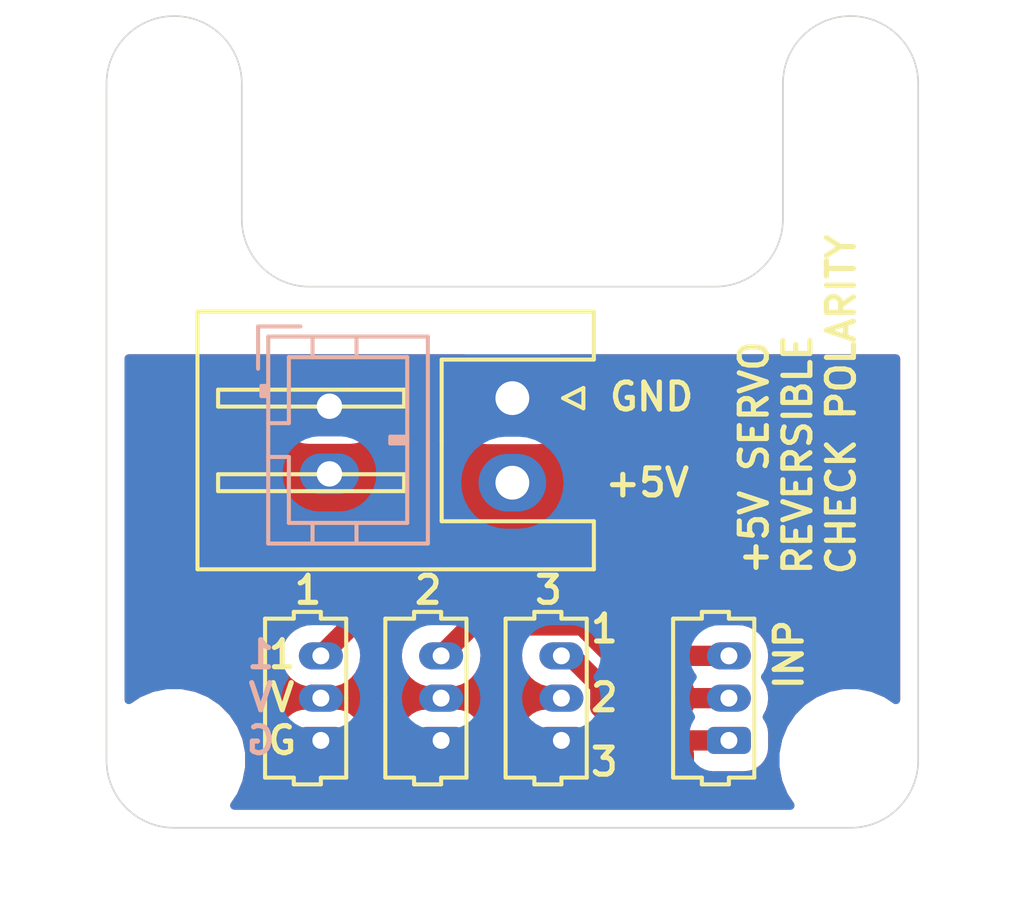
<source format=kicad_pcb>
(kicad_pcb (version 20171130) (host pcbnew "(5.1.9)-1")

  (general
    (thickness 1.6)
    (drawings 28)
    (tracks 19)
    (zones 0)
    (modules 13)
    (nets 6)
  )

  (page A4)
  (layers
    (0 F.Cu signal)
    (31 B.Cu signal)
    (32 B.Adhes user)
    (33 F.Adhes user)
    (34 B.Paste user)
    (35 F.Paste user)
    (36 B.SilkS user)
    (37 F.SilkS user)
    (38 B.Mask user)
    (39 F.Mask user)
    (40 Dwgs.User user)
    (41 Cmts.User user)
    (42 Eco1.User user)
    (43 Eco2.User user)
    (44 Edge.Cuts user)
    (45 Margin user)
    (46 B.CrtYd user)
    (47 F.CrtYd user)
    (48 B.Fab user)
    (49 F.Fab user)
  )

  (setup
    (last_trace_width 0.25)
    (user_trace_width 0.6)
    (trace_clearance 0.2)
    (zone_clearance 0.508)
    (zone_45_only no)
    (trace_min 0.2)
    (via_size 0.8)
    (via_drill 0.4)
    (via_min_size 0.4)
    (via_min_drill 0.3)
    (uvia_size 0.3)
    (uvia_drill 0.1)
    (uvias_allowed no)
    (uvia_min_size 0.2)
    (uvia_min_drill 0.1)
    (edge_width 0.05)
    (segment_width 0.2)
    (pcb_text_width 0.3)
    (pcb_text_size 1.5 1.5)
    (mod_edge_width 0.12)
    (mod_text_size 1 1)
    (mod_text_width 0.15)
    (pad_size 1.2 1.75)
    (pad_drill 0.75)
    (pad_to_mask_clearance 0)
    (aux_axis_origin 0 0)
    (visible_elements 7FFFFFFF)
    (pcbplotparams
      (layerselection 0x010fc_ffffffff)
      (usegerberextensions false)
      (usegerberattributes true)
      (usegerberadvancedattributes true)
      (creategerberjobfile true)
      (excludeedgelayer true)
      (linewidth 0.100000)
      (plotframeref false)
      (viasonmask false)
      (mode 1)
      (useauxorigin false)
      (hpglpennumber 1)
      (hpglpenspeed 20)
      (hpglpendiameter 15.000000)
      (psnegative false)
      (psa4output false)
      (plotreference true)
      (plotvalue true)
      (plotinvisibletext false)
      (padsonsilk false)
      (subtractmaskfromsilk false)
      (outputformat 1)
      (mirror false)
      (drillshape 0)
      (scaleselection 1)
      (outputdirectory "gerber/"))
  )

  (net 0 "")
  (net 1 "Net-(J1-Pad3)")
  (net 2 "Net-(J1-Pad2)")
  (net 3 "Net-(J1-Pad1)")
  (net 4 GND)
  (net 5 +BATT)

  (net_class Default "This is the default net class."
    (clearance 0.2)
    (trace_width 0.25)
    (via_dia 0.8)
    (via_drill 0.4)
    (uvia_dia 0.3)
    (uvia_drill 0.1)
    (add_net +BATT)
    (add_net GND)
    (add_net "Net-(J1-Pad1)")
    (add_net "Net-(J1-Pad2)")
    (add_net "Net-(J1-Pad3)")
  )

  (module Connector_JST:JST_PH_B2B-PH-K_1x02_P2.00mm_Vertical (layer B.Cu) (tedit 6115464F) (tstamp 6115A0AC)
    (at 164.592 151.5364 270)
    (descr "JST PH series connector, B2B-PH-K (http://www.jst-mfg.com/product/pdf/eng/ePH.pdf), generated with kicad-footprint-generator")
    (tags "connector JST PH side entry")
    (fp_text reference REF** (at 1 2.9 270) (layer B.SilkS) hide
      (effects (font (size 1 1) (thickness 0.15)) (justify mirror))
    )
    (fp_text value JST_PH_B2B-PH-K_1x02_P2.00mm_Vertical (at 1 -4 270) (layer B.Fab) hide
      (effects (font (size 1 1) (thickness 0.15)) (justify mirror))
    )
    (fp_text user %R (at 1 -1.5 270) (layer B.Fab) hide
      (effects (font (size 1 1) (thickness 0.15)) (justify mirror))
    )
    (fp_line (start -2.06 1.81) (end -2.06 -2.91) (layer B.SilkS) (width 0.12))
    (fp_line (start -2.06 -2.91) (end 4.06 -2.91) (layer B.SilkS) (width 0.12))
    (fp_line (start 4.06 -2.91) (end 4.06 1.81) (layer B.SilkS) (width 0.12))
    (fp_line (start 4.06 1.81) (end -2.06 1.81) (layer B.SilkS) (width 0.12))
    (fp_line (start -0.3 1.81) (end -0.3 2.01) (layer B.SilkS) (width 0.12))
    (fp_line (start -0.3 2.01) (end -0.6 2.01) (layer B.SilkS) (width 0.12))
    (fp_line (start -0.6 2.01) (end -0.6 1.81) (layer B.SilkS) (width 0.12))
    (fp_line (start -0.3 1.91) (end -0.6 1.91) (layer B.SilkS) (width 0.12))
    (fp_line (start 0.5 1.81) (end 0.5 1.2) (layer B.SilkS) (width 0.12))
    (fp_line (start 0.5 1.2) (end -1.45 1.2) (layer B.SilkS) (width 0.12))
    (fp_line (start -1.45 1.2) (end -1.45 -2.3) (layer B.SilkS) (width 0.12))
    (fp_line (start -1.45 -2.3) (end 3.45 -2.3) (layer B.SilkS) (width 0.12))
    (fp_line (start 3.45 -2.3) (end 3.45 1.2) (layer B.SilkS) (width 0.12))
    (fp_line (start 3.45 1.2) (end 1.5 1.2) (layer B.SilkS) (width 0.12))
    (fp_line (start 1.5 1.2) (end 1.5 1.81) (layer B.SilkS) (width 0.12))
    (fp_line (start -2.06 0.5) (end -1.45 0.5) (layer B.SilkS) (width 0.12))
    (fp_line (start -2.06 -0.8) (end -1.45 -0.8) (layer B.SilkS) (width 0.12))
    (fp_line (start 4.06 0.5) (end 3.45 0.5) (layer B.SilkS) (width 0.12))
    (fp_line (start 4.06 -0.8) (end 3.45 -0.8) (layer B.SilkS) (width 0.12))
    (fp_line (start 0.9 -2.3) (end 0.9 -1.8) (layer B.SilkS) (width 0.12))
    (fp_line (start 0.9 -1.8) (end 1.1 -1.8) (layer B.SilkS) (width 0.12))
    (fp_line (start 1.1 -1.8) (end 1.1 -2.3) (layer B.SilkS) (width 0.12))
    (fp_line (start 1 -2.3) (end 1 -1.8) (layer B.SilkS) (width 0.12))
    (fp_line (start -1.11 2.11) (end -2.36 2.11) (layer B.SilkS) (width 0.12))
    (fp_line (start -2.36 2.11) (end -2.36 0.86) (layer B.SilkS) (width 0.12))
    (fp_line (start -1.11 2.11) (end -2.36 2.11) (layer B.Fab) (width 0.1))
    (fp_line (start -2.36 2.11) (end -2.36 0.86) (layer B.Fab) (width 0.1))
    (fp_line (start -1.95 1.7) (end -1.95 -2.8) (layer B.Fab) (width 0.1))
    (fp_line (start -1.95 -2.8) (end 3.95 -2.8) (layer B.Fab) (width 0.1))
    (fp_line (start 3.95 -2.8) (end 3.95 1.7) (layer B.Fab) (width 0.1))
    (fp_line (start 3.95 1.7) (end -1.95 1.7) (layer B.Fab) (width 0.1))
    (fp_line (start -2.45 2.2) (end -2.45 -3.3) (layer B.CrtYd) (width 0.05))
    (fp_line (start -2.45 -3.3) (end 4.45 -3.3) (layer B.CrtYd) (width 0.05))
    (fp_line (start 4.45 -3.3) (end 4.45 2.2) (layer B.CrtYd) (width 0.05))
    (fp_line (start 4.45 2.2) (end -2.45 2.2) (layer B.CrtYd) (width 0.05))
    (pad 2 thru_hole oval (at 2 0 270) (size 1.2 1.75) (drill 0.75) (layers *.Cu *.Mask)
      (net 5 +BATT))
    (pad 1 thru_hole roundrect (at 0 0 270) (size 1.2 1.75) (drill 0.75) (layers *.Cu *.Mask) (roundrect_rratio 0.208)
      (net 4 GND))
  )

  (module heli-servo-board:Molex_PicoBlade_53047-0310_1x03_P1.25mm_Vertical (layer F.Cu) (tedit 61127ECC) (tstamp 6112DF1A)
    (at 176.403 161.417 90)
    (descr "Molex PicoBlade Connector System, 53047-0310, 3 Pins per row (http://www.molex.com/pdm_docs/sd/530470610_sd.pdf), generated with kicad-footprint-generator")
    (tags "connector Molex PicoBlade side entry")
    (path /61123FD6)
    (fp_text reference J1 (at 1.25 -3.25 90) (layer F.SilkS) hide
      (effects (font (size 1 1) (thickness 0.15)))
    )
    (fp_text value Conn_01x06 (at 1.25 2.35 90) (layer F.Fab)
      (effects (font (size 1 1) (thickness 0.15)))
    )
    (fp_line (start -1.5 -2.05) (end -1.5 1.15) (layer F.Fab) (width 0.1))
    (fp_line (start -1.5 1.15) (end 4 1.15) (layer F.Fab) (width 0.1))
    (fp_line (start 4 1.15) (end 4 -2.05) (layer F.Fab) (width 0.1))
    (fp_line (start 4 -2.05) (end -1.5 -2.05) (layer F.Fab) (width 0.1))
    (fp_line (start 1.25 0.75) (end -1.1 0.75) (layer F.SilkS) (width 0.12))
    (fp_line (start -1.1 0.75) (end -1.1 0) (layer F.SilkS) (width 0.12))
    (fp_line (start -1.1 0) (end -1.3 0) (layer F.SilkS) (width 0.12))
    (fp_line (start -1.3 0) (end -1.3 -0.8) (layer F.SilkS) (width 0.12))
    (fp_line (start -1.3 -0.8) (end -1.1 -0.8) (layer F.SilkS) (width 0.12))
    (fp_line (start -1.1 -0.8) (end -1.1 -1.65) (layer F.SilkS) (width 0.12))
    (fp_line (start -1.1 -1.65) (end 1.25 -1.65) (layer F.SilkS) (width 0.12))
    (fp_line (start 1.25 0.75) (end 3.6 0.75) (layer F.SilkS) (width 0.12))
    (fp_line (start 3.6 0.75) (end 3.6 0) (layer F.SilkS) (width 0.12))
    (fp_line (start 3.6 0) (end 3.8 0) (layer F.SilkS) (width 0.12))
    (fp_line (start 3.8 0) (end 3.8 -0.8) (layer F.SilkS) (width 0.12))
    (fp_line (start 3.8 -0.8) (end 3.6 -0.8) (layer F.SilkS) (width 0.12))
    (fp_line (start 3.6 -0.8) (end 3.6 -1.65) (layer F.SilkS) (width 0.12))
    (fp_line (start 3.6 -1.65) (end 1.25 -1.65) (layer F.SilkS) (width 0.12))
    (fp_line (start -0.5 1.15) (end 0 0.442893) (layer F.Fab) (width 0.1))
    (fp_line (start 0 0.442893) (end 0.5 1.15) (layer F.Fab) (width 0.1))
    (fp_line (start -2 -2.55) (end -2 1.65) (layer F.CrtYd) (width 0.05))
    (fp_line (start -2 1.65) (end 4.5 1.65) (layer F.CrtYd) (width 0.05))
    (fp_line (start 4.5 1.65) (end 4.5 -2.55) (layer F.CrtYd) (width 0.05))
    (fp_line (start 4.5 -2.55) (end -2 -2.55) (layer F.CrtYd) (width 0.05))
    (fp_text user %R (at 1.25 -1.35 90) (layer F.Fab)
      (effects (font (size 1 1) (thickness 0.15)))
    )
    (pad 3 thru_hole oval (at 2.5 0 90) (size 0.8 1.3) (drill 0.5) (layers *.Cu *.Mask)
      (net 1 "Net-(J1-Pad3)"))
    (pad 2 thru_hole oval (at 1.25 0 90) (size 0.8 1.3) (drill 0.5) (layers *.Cu *.Mask)
      (net 2 "Net-(J1-Pad2)"))
    (pad 1 thru_hole roundrect (at 0 0 90) (size 0.8 1.3) (drill 0.5) (layers *.Cu *.Mask) (roundrect_rratio 0.25)
      (net 3 "Net-(J1-Pad1)"))
    (model ${KIPRJMOD}/heli-servo-board.3dshapes/Molex_PicoBlade_53047-0310.wrl
      (at (xyz 0 0 0))
      (scale (xyz 1 1 1))
      (rotate (xyz 0 0 0))
    )
  )

  (module heli-servo-board:Molex_PicoBlade_53047-0310_1x03_P1.25mm_Vertical (layer F.Cu) (tedit 61127ECC) (tstamp 61124DCD)
    (at 171.45 161.417 90)
    (descr "Molex PicoBlade Connector System, 53047-0310, 3 Pins per row (http://www.molex.com/pdm_docs/sd/530470610_sd.pdf), generated with kicad-footprint-generator")
    (tags "connector Molex PicoBlade side entry")
    (path /6112D870)
    (fp_text reference J4 (at 1.25 -3.25 90) (layer F.SilkS) hide
      (effects (font (size 1 1) (thickness 0.15)))
    )
    (fp_text value Conn_01x03 (at 1.25 2.35 90) (layer F.Fab)
      (effects (font (size 1 1) (thickness 0.15)))
    )
    (fp_line (start -1.5 -2.05) (end -1.5 1.15) (layer F.Fab) (width 0.1))
    (fp_line (start -1.5 1.15) (end 4 1.15) (layer F.Fab) (width 0.1))
    (fp_line (start 4 1.15) (end 4 -2.05) (layer F.Fab) (width 0.1))
    (fp_line (start 4 -2.05) (end -1.5 -2.05) (layer F.Fab) (width 0.1))
    (fp_line (start 1.25 0.75) (end -1.1 0.75) (layer F.SilkS) (width 0.12))
    (fp_line (start -1.1 0.75) (end -1.1 0) (layer F.SilkS) (width 0.12))
    (fp_line (start -1.1 0) (end -1.3 0) (layer F.SilkS) (width 0.12))
    (fp_line (start -1.3 0) (end -1.3 -0.8) (layer F.SilkS) (width 0.12))
    (fp_line (start -1.3 -0.8) (end -1.1 -0.8) (layer F.SilkS) (width 0.12))
    (fp_line (start -1.1 -0.8) (end -1.1 -1.65) (layer F.SilkS) (width 0.12))
    (fp_line (start -1.1 -1.65) (end 1.25 -1.65) (layer F.SilkS) (width 0.12))
    (fp_line (start 1.25 0.75) (end 3.6 0.75) (layer F.SilkS) (width 0.12))
    (fp_line (start 3.6 0.75) (end 3.6 0) (layer F.SilkS) (width 0.12))
    (fp_line (start 3.6 0) (end 3.8 0) (layer F.SilkS) (width 0.12))
    (fp_line (start 3.8 0) (end 3.8 -0.8) (layer F.SilkS) (width 0.12))
    (fp_line (start 3.8 -0.8) (end 3.6 -0.8) (layer F.SilkS) (width 0.12))
    (fp_line (start 3.6 -0.8) (end 3.6 -1.65) (layer F.SilkS) (width 0.12))
    (fp_line (start 3.6 -1.65) (end 1.25 -1.65) (layer F.SilkS) (width 0.12))
    (fp_line (start -0.5 1.15) (end 0 0.442893) (layer F.Fab) (width 0.1))
    (fp_line (start 0 0.442893) (end 0.5 1.15) (layer F.Fab) (width 0.1))
    (fp_line (start -2 -2.55) (end -2 1.65) (layer F.CrtYd) (width 0.05))
    (fp_line (start -2 1.65) (end 4.5 1.65) (layer F.CrtYd) (width 0.05))
    (fp_line (start 4.5 1.65) (end 4.5 -2.55) (layer F.CrtYd) (width 0.05))
    (fp_line (start 4.5 -2.55) (end -2 -2.55) (layer F.CrtYd) (width 0.05))
    (fp_text user %R (at 1.25 -1.35 90) (layer F.Fab)
      (effects (font (size 1 1) (thickness 0.15)))
    )
    (pad 3 thru_hole oval (at 2.5 0 90) (size 0.8 1.3) (drill 0.5) (layers *.Cu *.Mask)
      (net 3 "Net-(J1-Pad1)"))
    (pad 2 thru_hole oval (at 1.25 0 90) (size 0.8 1.3) (drill 0.5) (layers *.Cu *.Mask)
      (net 5 +BATT))
    (pad 1 thru_hole roundrect (at 0 0 90) (size 0.8 1.3) (drill 0.5) (layers *.Cu *.Mask) (roundrect_rratio 0.25)
      (net 4 GND))
    (model ${KIPRJMOD}/heli-servo-board.3dshapes/Molex_PicoBlade_53047-0310.wrl
      (at (xyz 0 0 0))
      (scale (xyz 1 1 1))
      (rotate (xyz 0 0 0))
    )
  )

  (module heli-servo-board:Molex_PicoBlade_53047-0310_1x03_P1.25mm_Vertical (layer F.Cu) (tedit 61127ECC) (tstamp 61124DA7)
    (at 167.894 161.417 90)
    (descr "Molex PicoBlade Connector System, 53047-0310, 3 Pins per row (http://www.molex.com/pdm_docs/sd/530470610_sd.pdf), generated with kicad-footprint-generator")
    (tags "connector Molex PicoBlade side entry")
    (path /6112CA1B)
    (fp_text reference J3 (at 1.25 -3.25 90) (layer F.SilkS) hide
      (effects (font (size 1 1) (thickness 0.15)))
    )
    (fp_text value Conn_01x03 (at 1.25 2.35 90) (layer F.Fab)
      (effects (font (size 1 1) (thickness 0.15)))
    )
    (fp_line (start -1.5 -2.05) (end -1.5 1.15) (layer F.Fab) (width 0.1))
    (fp_line (start -1.5 1.15) (end 4 1.15) (layer F.Fab) (width 0.1))
    (fp_line (start 4 1.15) (end 4 -2.05) (layer F.Fab) (width 0.1))
    (fp_line (start 4 -2.05) (end -1.5 -2.05) (layer F.Fab) (width 0.1))
    (fp_line (start 1.25 0.75) (end -1.1 0.75) (layer F.SilkS) (width 0.12))
    (fp_line (start -1.1 0.75) (end -1.1 0) (layer F.SilkS) (width 0.12))
    (fp_line (start -1.1 0) (end -1.3 0) (layer F.SilkS) (width 0.12))
    (fp_line (start -1.3 0) (end -1.3 -0.8) (layer F.SilkS) (width 0.12))
    (fp_line (start -1.3 -0.8) (end -1.1 -0.8) (layer F.SilkS) (width 0.12))
    (fp_line (start -1.1 -0.8) (end -1.1 -1.65) (layer F.SilkS) (width 0.12))
    (fp_line (start -1.1 -1.65) (end 1.25 -1.65) (layer F.SilkS) (width 0.12))
    (fp_line (start 1.25 0.75) (end 3.6 0.75) (layer F.SilkS) (width 0.12))
    (fp_line (start 3.6 0.75) (end 3.6 0) (layer F.SilkS) (width 0.12))
    (fp_line (start 3.6 0) (end 3.8 0) (layer F.SilkS) (width 0.12))
    (fp_line (start 3.8 0) (end 3.8 -0.8) (layer F.SilkS) (width 0.12))
    (fp_line (start 3.8 -0.8) (end 3.6 -0.8) (layer F.SilkS) (width 0.12))
    (fp_line (start 3.6 -0.8) (end 3.6 -1.65) (layer F.SilkS) (width 0.12))
    (fp_line (start 3.6 -1.65) (end 1.25 -1.65) (layer F.SilkS) (width 0.12))
    (fp_line (start -0.5 1.15) (end 0 0.442893) (layer F.Fab) (width 0.1))
    (fp_line (start 0 0.442893) (end 0.5 1.15) (layer F.Fab) (width 0.1))
    (fp_line (start -2 -2.55) (end -2 1.65) (layer F.CrtYd) (width 0.05))
    (fp_line (start -2 1.65) (end 4.5 1.65) (layer F.CrtYd) (width 0.05))
    (fp_line (start 4.5 1.65) (end 4.5 -2.55) (layer F.CrtYd) (width 0.05))
    (fp_line (start 4.5 -2.55) (end -2 -2.55) (layer F.CrtYd) (width 0.05))
    (fp_text user %R (at 1.25 -1.35 90) (layer F.Fab)
      (effects (font (size 1 1) (thickness 0.15)))
    )
    (pad 3 thru_hole oval (at 2.5 0 90) (size 0.8 1.3) (drill 0.5) (layers *.Cu *.Mask)
      (net 2 "Net-(J1-Pad2)"))
    (pad 2 thru_hole oval (at 1.25 0 90) (size 0.8 1.3) (drill 0.5) (layers *.Cu *.Mask)
      (net 5 +BATT))
    (pad 1 thru_hole roundrect (at 0 0 90) (size 0.8 1.3) (drill 0.5) (layers *.Cu *.Mask) (roundrect_rratio 0.25)
      (net 4 GND))
    (model ${KIPRJMOD}/heli-servo-board.3dshapes/Molex_PicoBlade_53047-0310.wrl
      (at (xyz 0 0 0))
      (scale (xyz 1 1 1))
      (rotate (xyz 0 0 0))
    )
  )

  (module heli-servo-board:Molex_PicoBlade_53047-0310_1x03_P1.25mm_Vertical (layer F.Cu) (tedit 61127ECC) (tstamp 61124D81)
    (at 164.338 161.417 90)
    (descr "Molex PicoBlade Connector System, 53047-0310, 3 Pins per row (http://www.molex.com/pdm_docs/sd/530470610_sd.pdf), generated with kicad-footprint-generator")
    (tags "connector Molex PicoBlade side entry")
    (path /611285D8)
    (fp_text reference J2 (at 1.25 -3.25 90) (layer F.SilkS) hide
      (effects (font (size 1 1) (thickness 0.15)))
    )
    (fp_text value Conn_01x03 (at 1.25 2.35 90) (layer F.Fab)
      (effects (font (size 1 1) (thickness 0.15)))
    )
    (fp_line (start -1.5 -2.05) (end -1.5 1.15) (layer F.Fab) (width 0.1))
    (fp_line (start -1.5 1.15) (end 4 1.15) (layer F.Fab) (width 0.1))
    (fp_line (start 4 1.15) (end 4 -2.05) (layer F.Fab) (width 0.1))
    (fp_line (start 4 -2.05) (end -1.5 -2.05) (layer F.Fab) (width 0.1))
    (fp_line (start 1.25 0.75) (end -1.1 0.75) (layer F.SilkS) (width 0.12))
    (fp_line (start -1.1 0.75) (end -1.1 0) (layer F.SilkS) (width 0.12))
    (fp_line (start -1.1 0) (end -1.3 0) (layer F.SilkS) (width 0.12))
    (fp_line (start -1.3 0) (end -1.3 -0.8) (layer F.SilkS) (width 0.12))
    (fp_line (start -1.3 -0.8) (end -1.1 -0.8) (layer F.SilkS) (width 0.12))
    (fp_line (start -1.1 -0.8) (end -1.1 -1.65) (layer F.SilkS) (width 0.12))
    (fp_line (start -1.1 -1.65) (end 1.25 -1.65) (layer F.SilkS) (width 0.12))
    (fp_line (start 1.25 0.75) (end 3.6 0.75) (layer F.SilkS) (width 0.12))
    (fp_line (start 3.6 0.75) (end 3.6 0) (layer F.SilkS) (width 0.12))
    (fp_line (start 3.6 0) (end 3.8 0) (layer F.SilkS) (width 0.12))
    (fp_line (start 3.8 0) (end 3.8 -0.8) (layer F.SilkS) (width 0.12))
    (fp_line (start 3.8 -0.8) (end 3.6 -0.8) (layer F.SilkS) (width 0.12))
    (fp_line (start 3.6 -0.8) (end 3.6 -1.65) (layer F.SilkS) (width 0.12))
    (fp_line (start 3.6 -1.65) (end 1.25 -1.65) (layer F.SilkS) (width 0.12))
    (fp_line (start -0.5 1.15) (end 0 0.442893) (layer F.Fab) (width 0.1))
    (fp_line (start 0 0.442893) (end 0.5 1.15) (layer F.Fab) (width 0.1))
    (fp_line (start -2 -2.55) (end -2 1.65) (layer F.CrtYd) (width 0.05))
    (fp_line (start -2 1.65) (end 4.5 1.65) (layer F.CrtYd) (width 0.05))
    (fp_line (start 4.5 1.65) (end 4.5 -2.55) (layer F.CrtYd) (width 0.05))
    (fp_line (start 4.5 -2.55) (end -2 -2.55) (layer F.CrtYd) (width 0.05))
    (fp_text user %R (at 1.25 -1.35 90) (layer F.Fab)
      (effects (font (size 1 1) (thickness 0.15)))
    )
    (pad 3 thru_hole oval (at 2.5 0 90) (size 0.8 1.3) (drill 0.5) (layers *.Cu *.Mask)
      (net 1 "Net-(J1-Pad3)"))
    (pad 2 thru_hole oval (at 1.25 0 90) (size 0.8 1.3) (drill 0.5) (layers *.Cu *.Mask)
      (net 5 +BATT))
    (pad 1 thru_hole roundrect (at 0 0 90) (size 0.8 1.3) (drill 0.5) (layers *.Cu *.Mask) (roundrect_rratio 0.25)
      (net 4 GND))
    (model ${KIPRJMOD}/heli-servo-board.3dshapes/Molex_PicoBlade_53047-0310.wrl
      (at (xyz 0 0 0))
      (scale (xyz 1 1 1))
      (rotate (xyz 0 0 0))
    )
  )

  (module Connector_JST:JST_XH_S2B-XH-A_1x02_P2.50mm_Horizontal (layer F.Cu) (tedit 5C281475) (tstamp 611285C6)
    (at 170 151.297 270)
    (descr "JST XH series connector, S2B-XH-A (http://www.jst-mfg.com/product/pdf/eng/eXH.pdf), generated with kicad-footprint-generator")
    (tags "connector JST XH horizontal")
    (path /61143588)
    (fp_text reference J6 (at 1.25 -3.5 90) (layer F.SilkS) hide
      (effects (font (size 1 1) (thickness 0.15)))
    )
    (fp_text value Conn_01x02 (at 1.25 10.4 90) (layer F.Fab)
      (effects (font (size 1 1) (thickness 0.15)))
    )
    (fp_line (start 0 1.2) (end 0.625 2.2) (layer F.Fab) (width 0.1))
    (fp_line (start -0.625 2.2) (end 0 1.2) (layer F.Fab) (width 0.1))
    (fp_line (start 0.3 -2.1) (end 0 -1.5) (layer F.SilkS) (width 0.12))
    (fp_line (start -0.3 -2.1) (end 0.3 -2.1) (layer F.SilkS) (width 0.12))
    (fp_line (start 0 -1.5) (end -0.3 -2.1) (layer F.SilkS) (width 0.12))
    (fp_line (start 2.75 3.2) (end 2.25 3.2) (layer F.SilkS) (width 0.12))
    (fp_line (start 2.75 8.7) (end 2.75 3.2) (layer F.SilkS) (width 0.12))
    (fp_line (start 2.25 8.7) (end 2.75 8.7) (layer F.SilkS) (width 0.12))
    (fp_line (start 2.25 3.2) (end 2.25 8.7) (layer F.SilkS) (width 0.12))
    (fp_line (start 0.25 3.2) (end -0.25 3.2) (layer F.SilkS) (width 0.12))
    (fp_line (start 0.25 8.7) (end 0.25 3.2) (layer F.SilkS) (width 0.12))
    (fp_line (start -0.25 8.7) (end 0.25 8.7) (layer F.SilkS) (width 0.12))
    (fp_line (start -0.25 3.2) (end -0.25 8.7) (layer F.SilkS) (width 0.12))
    (fp_line (start 3.75 2.2) (end 1.25 2.2) (layer F.Fab) (width 0.1))
    (fp_line (start 3.75 -2.3) (end 3.75 2.2) (layer F.Fab) (width 0.1))
    (fp_line (start 4.95 -2.3) (end 3.75 -2.3) (layer F.Fab) (width 0.1))
    (fp_line (start 4.95 9.2) (end 4.95 -2.3) (layer F.Fab) (width 0.1))
    (fp_line (start 1.25 9.2) (end 4.95 9.2) (layer F.Fab) (width 0.1))
    (fp_line (start -1.25 2.2) (end 1.25 2.2) (layer F.Fab) (width 0.1))
    (fp_line (start -1.25 -2.3) (end -1.25 2.2) (layer F.Fab) (width 0.1))
    (fp_line (start -2.45 -2.3) (end -1.25 -2.3) (layer F.Fab) (width 0.1))
    (fp_line (start -2.45 9.2) (end -2.45 -2.3) (layer F.Fab) (width 0.1))
    (fp_line (start 1.25 9.2) (end -2.45 9.2) (layer F.Fab) (width 0.1))
    (fp_line (start 3.64 2.09) (end 1.25 2.09) (layer F.SilkS) (width 0.12))
    (fp_line (start 3.64 -2.41) (end 3.64 2.09) (layer F.SilkS) (width 0.12))
    (fp_line (start 5.06 -2.41) (end 3.64 -2.41) (layer F.SilkS) (width 0.12))
    (fp_line (start 5.06 9.31) (end 5.06 -2.41) (layer F.SilkS) (width 0.12))
    (fp_line (start 1.25 9.31) (end 5.06 9.31) (layer F.SilkS) (width 0.12))
    (fp_line (start -1.14 2.09) (end 1.25 2.09) (layer F.SilkS) (width 0.12))
    (fp_line (start -1.14 -2.41) (end -1.14 2.09) (layer F.SilkS) (width 0.12))
    (fp_line (start -2.56 -2.41) (end -1.14 -2.41) (layer F.SilkS) (width 0.12))
    (fp_line (start -2.56 9.31) (end -2.56 -2.41) (layer F.SilkS) (width 0.12))
    (fp_line (start 1.25 9.31) (end -2.56 9.31) (layer F.SilkS) (width 0.12))
    (fp_line (start 5.45 -2.8) (end -2.95 -2.8) (layer F.CrtYd) (width 0.05))
    (fp_line (start 5.45 9.7) (end 5.45 -2.8) (layer F.CrtYd) (width 0.05))
    (fp_line (start -2.95 9.7) (end 5.45 9.7) (layer F.CrtYd) (width 0.05))
    (fp_line (start -2.95 -2.8) (end -2.95 9.7) (layer F.CrtYd) (width 0.05))
    (fp_text user %R (at 1.25 3.45 90) (layer F.Fab)
      (effects (font (size 1 1) (thickness 0.15)))
    )
    (pad 2 thru_hole oval (at 2.5 0 270) (size 1.7 2) (drill 1) (layers *.Cu *.Mask)
      (net 5 +BATT))
    (pad 1 thru_hole roundrect (at 0 0 270) (size 1.7 2) (drill 1) (layers *.Cu *.Mask) (roundrect_rratio 0.147059)
      (net 4 GND))
    (model ${KISYS3DMOD}/Connector_JST.3dshapes/JST_XH_S2B-XH-A_1x02_P2.50mm_Horizontal.wrl
      (at (xyz 0 0 0))
      (scale (xyz 1 1 1))
      (rotate (xyz 0 0 0))
    )
  )

  (module Connector_Wire:SolderWirePad_1x01_SMD_1x2mm (layer F.Cu) (tedit 5DD6EB27) (tstamp 611325AC)
    (at 174.371 162.052 270)
    (descr "Wire Pad, Square, SMD Pad,  5mm x 10mm,")
    (tags "MesurementPoint Square SMDPad 5mmx10mm ")
    (path /61181143)
    (attr virtual)
    (fp_text reference J9 (at 0 -2.54 90) (layer F.SilkS) hide
      (effects (font (size 1 1) (thickness 0.15)))
    )
    (fp_text value Conn_01x01 (at 0 2.54 90) (layer F.Fab)
      (effects (font (size 1 1) (thickness 0.15)))
    )
    (fp_line (start -0.63 1.27) (end -0.63 -1.27) (layer F.Fab) (width 0.1))
    (fp_line (start 0.63 1.27) (end -0.63 1.27) (layer F.Fab) (width 0.1))
    (fp_line (start 0.63 -1.27) (end 0.63 1.27) (layer F.Fab) (width 0.1))
    (fp_line (start -0.63 -1.27) (end 0.63 -1.27) (layer F.Fab) (width 0.1))
    (fp_line (start -0.63 -1.27) (end -0.63 1.27) (layer F.CrtYd) (width 0.05))
    (fp_line (start -0.63 1.27) (end 0.63 1.27) (layer F.CrtYd) (width 0.05))
    (fp_line (start 0.63 1.27) (end 0.63 -1.27) (layer F.CrtYd) (width 0.05))
    (fp_line (start 0.63 -1.27) (end -0.63 -1.27) (layer F.CrtYd) (width 0.05))
    (fp_text user %R (at 0 0 90) (layer F.Fab)
      (effects (font (size 1 1) (thickness 0.15)))
    )
    (pad 1 smd roundrect (at 0 0 270) (size 1 2) (layers F.Cu F.Paste F.Mask) (roundrect_rratio 0.25)
      (net 3 "Net-(J1-Pad1)"))
  )

  (module Connector_Wire:SolderWirePad_1x01_SMD_1x2mm (layer F.Cu) (tedit 5DD6EB27) (tstamp 6113259E)
    (at 174.371 160.147 270)
    (descr "Wire Pad, Square, SMD Pad,  5mm x 10mm,")
    (tags "MesurementPoint Square SMDPad 5mmx10mm ")
    (path /6118060C)
    (attr virtual)
    (fp_text reference J8 (at 0 -2.54 90) (layer F.SilkS) hide
      (effects (font (size 1 1) (thickness 0.15)))
    )
    (fp_text value Conn_01x01 (at 0 2.54 90) (layer F.Fab)
      (effects (font (size 1 1) (thickness 0.15)))
    )
    (fp_line (start -0.63 1.27) (end -0.63 -1.27) (layer F.Fab) (width 0.1))
    (fp_line (start 0.63 1.27) (end -0.63 1.27) (layer F.Fab) (width 0.1))
    (fp_line (start 0.63 -1.27) (end 0.63 1.27) (layer F.Fab) (width 0.1))
    (fp_line (start -0.63 -1.27) (end 0.63 -1.27) (layer F.Fab) (width 0.1))
    (fp_line (start -0.63 -1.27) (end -0.63 1.27) (layer F.CrtYd) (width 0.05))
    (fp_line (start -0.63 1.27) (end 0.63 1.27) (layer F.CrtYd) (width 0.05))
    (fp_line (start 0.63 1.27) (end 0.63 -1.27) (layer F.CrtYd) (width 0.05))
    (fp_line (start 0.63 -1.27) (end -0.63 -1.27) (layer F.CrtYd) (width 0.05))
    (fp_text user %R (at 0 0 90) (layer F.Fab)
      (effects (font (size 1 1) (thickness 0.15)))
    )
    (pad 1 smd roundrect (at 0 0 270) (size 1 2) (layers F.Cu F.Paste F.Mask) (roundrect_rratio 0.25)
      (net 2 "Net-(J1-Pad2)"))
  )

  (module Connector_Wire:SolderWirePad_1x01_SMD_1x2mm (layer F.Cu) (tedit 5DD6EB27) (tstamp 61132590)
    (at 174.371 158.115 270)
    (descr "Wire Pad, Square, SMD Pad,  5mm x 10mm,")
    (tags "MesurementPoint Square SMDPad 5mmx10mm ")
    (path /6117E1ED)
    (attr virtual)
    (fp_text reference J7 (at 0 -2.54 90) (layer F.SilkS) hide
      (effects (font (size 1 1) (thickness 0.15)))
    )
    (fp_text value Conn_01x01 (at 0 2.54 90) (layer F.Fab)
      (effects (font (size 1 1) (thickness 0.15)))
    )
    (fp_line (start -0.63 1.27) (end -0.63 -1.27) (layer F.Fab) (width 0.1))
    (fp_line (start 0.63 1.27) (end -0.63 1.27) (layer F.Fab) (width 0.1))
    (fp_line (start 0.63 -1.27) (end 0.63 1.27) (layer F.Fab) (width 0.1))
    (fp_line (start -0.63 -1.27) (end 0.63 -1.27) (layer F.Fab) (width 0.1))
    (fp_line (start -0.63 -1.27) (end -0.63 1.27) (layer F.CrtYd) (width 0.05))
    (fp_line (start -0.63 1.27) (end 0.63 1.27) (layer F.CrtYd) (width 0.05))
    (fp_line (start 0.63 1.27) (end 0.63 -1.27) (layer F.CrtYd) (width 0.05))
    (fp_line (start 0.63 -1.27) (end -0.63 -1.27) (layer F.CrtYd) (width 0.05))
    (fp_text user %R (at 0 0 90) (layer F.Fab)
      (effects (font (size 1 1) (thickness 0.15)))
    )
    (pad 1 smd roundrect (at 0 0 270) (size 1 2) (layers F.Cu F.Paste F.Mask) (roundrect_rratio 0.25)
      (net 1 "Net-(J1-Pad3)"))
  )

  (module MountingHole:MountingHole_2.2mm_M2 (layer F.Cu) (tedit 61150B2C) (tstamp 6112E80D)
    (at 180 162)
    (descr "Mounting Hole 2.2mm, no annular, M2")
    (tags "mounting hole 2.2mm no annular m2")
    (path /61155815)
    (attr virtual)
    (fp_text reference H4 (at 0 -3.2) (layer F.SilkS) hide
      (effects (font (size 1 1) (thickness 0.15)))
    )
    (fp_text value MountingHole (at 0 3.2) (layer F.Fab)
      (effects (font (size 1 1) (thickness 0.15)))
    )
    (fp_circle (center 0 0) (end 2.45 0) (layer F.CrtYd) (width 0.05))
    (fp_circle (center 0 0) (end 2.2 0) (layer Cmts.User) (width 0.15))
    (fp_text user %R (at 0.3 0) (layer F.Fab)
      (effects (font (size 1 1) (thickness 0.15)))
    )
    (pad "" np_thru_hole circle (at 0 0) (size 2.2 2.2) (drill 2.2) (layers *.Cu *.Mask)
      (clearance 1))
  )

  (module MountingHole:MountingHole_2.2mm_M2 (layer F.Cu) (tedit 61150B1E) (tstamp 6112E805)
    (at 180 142)
    (descr "Mounting Hole 2.2mm, no annular, M2")
    (tags "mounting hole 2.2mm no annular m2")
    (path /611551EF)
    (attr virtual)
    (fp_text reference H3 (at 0 -3.2) (layer F.SilkS) hide
      (effects (font (size 1 1) (thickness 0.15)))
    )
    (fp_text value MountingHole (at 0 3.2) (layer F.Fab)
      (effects (font (size 1 1) (thickness 0.15)))
    )
    (fp_circle (center 0 0) (end 2.45 0) (layer F.CrtYd) (width 0.05))
    (fp_circle (center 0 0) (end 2.2 0) (layer Cmts.User) (width 0.15))
    (fp_text user %R (at 0.3 0) (layer F.Fab)
      (effects (font (size 1 1) (thickness 0.15)))
    )
    (pad "" np_thru_hole circle (at 0 0) (size 2.2 2.2) (drill 2.2) (layers *.Cu *.Mask)
      (clearance 1))
  )

  (module MountingHole:MountingHole_2.2mm_M2 (layer F.Cu) (tedit 61150B28) (tstamp 6112E7FD)
    (at 160 162)
    (descr "Mounting Hole 2.2mm, no annular, M2")
    (tags "mounting hole 2.2mm no annular m2")
    (path /61154F7E)
    (attr virtual)
    (fp_text reference H2 (at 0 -3.2) (layer F.SilkS) hide
      (effects (font (size 1 1) (thickness 0.15)))
    )
    (fp_text value MountingHole (at 0 3.2) (layer F.Fab)
      (effects (font (size 1 1) (thickness 0.15)))
    )
    (fp_circle (center 0 0) (end 2.45 0) (layer F.CrtYd) (width 0.05))
    (fp_circle (center 0 0) (end 2.2 0) (layer Cmts.User) (width 0.15))
    (fp_text user %R (at 0.3 0) (layer F.Fab)
      (effects (font (size 1 1) (thickness 0.15)))
    )
    (pad "" np_thru_hole circle (at 0 0) (size 2.2 2.2) (drill 2.2) (layers *.Cu *.Mask)
      (clearance 1))
  )

  (module MountingHole:MountingHole_2.2mm_M2 (layer F.Cu) (tedit 61150B19) (tstamp 6112E7F5)
    (at 160 142)
    (descr "Mounting Hole 2.2mm, no annular, M2")
    (tags "mounting hole 2.2mm no annular m2")
    (path /61153AD3)
    (attr virtual)
    (fp_text reference H1 (at 0 -3.2) (layer F.SilkS) hide
      (effects (font (size 1 1) (thickness 0.15)))
    )
    (fp_text value MountingHole (at 0 3.2) (layer F.Fab)
      (effects (font (size 1 1) (thickness 0.15)))
    )
    (fp_circle (center 0 0) (end 2.45 0) (layer F.CrtYd) (width 0.05))
    (fp_circle (center 0 0) (end 2.2 0) (layer Cmts.User) (width 0.15))
    (fp_text user %R (at 0.3 0) (layer F.Fab)
      (effects (font (size 1 1) (thickness 0.15)))
    )
    (pad "" np_thru_hole circle (at 0 0) (size 2.2 2.2) (drill 2.2) (layers *.Cu *.Mask)
      (clearance 1))
  )

  (gr_text 3 (at 171.069 156.972) (layer F.SilkS) (tstamp 611581CB)
    (effects (font (size 0.8 0.8) (thickness 0.153)))
  )
  (gr_text 2 (at 167.513 156.972) (layer F.SilkS) (tstamp 611581C8)
    (effects (font (size 0.8 0.8) (thickness 0.153)))
  )
  (gr_text 1 (at 163.957 156.972) (layer F.SilkS) (tstamp 611581C6)
    (effects (font (size 0.8 0.8) (thickness 0.153)))
  )
  (gr_text INP (at 178.181 158.877 90) (layer F.SilkS) (tstamp 611580DF)
    (effects (font (size 0.8 0.8) (thickness 0.153)))
  )
  (gr_line (start 178 146) (end 178 142) (layer Edge.Cuts) (width 0.05) (tstamp 61157FF4))
  (gr_line (start 164 148) (end 176 148) (layer Edge.Cuts) (width 0.05) (tstamp 61157FF3))
  (gr_line (start 162 146) (end 162 142) (layer Edge.Cuts) (width 0.05) (tstamp 61157FF2))
  (gr_arc (start 176 146) (end 176 148) (angle -90) (layer Edge.Cuts) (width 0.05) (tstamp 61157FE9))
  (gr_arc (start 164 146) (end 162 146) (angle -90) (layer Edge.Cuts) (width 0.05))
  (gr_text 3 (at 172.72 162.052) (layer F.SilkS) (tstamp 61157368)
    (effects (font (size 0.8 0.8) (thickness 0.153)))
  )
  (gr_text 2 (at 172.72 160.147) (layer F.SilkS) (tstamp 61157363)
    (effects (font (size 0.8 0.8) (thickness 0.153)))
  )
  (gr_text 1 (at 172.72 158.115) (layer F.SilkS) (tstamp 61157361)
    (effects (font (size 0.8 0.8) (thickness 0.153)))
  )
  (gr_line (start 160 164) (end 180 164) (layer Edge.Cuts) (width 0.05) (tstamp 61156935))
  (gr_line (start 182 142) (end 182 162) (layer Edge.Cuts) (width 0.05) (tstamp 61156933))
  (gr_line (start 158 162) (end 158 142) (layer Edge.Cuts) (width 0.05) (tstamp 61156931))
  (gr_arc (start 180 162) (end 180 164) (angle -90) (layer Edge.Cuts) (width 0.05))
  (gr_arc (start 180 142) (end 182 142) (angle -180) (layer Edge.Cuts) (width 0.05))
  (gr_arc (start 160 142) (end 162 142) (angle -180) (layer Edge.Cuts) (width 0.05))
  (gr_text +5V (at 173.99 153.797) (layer F.SilkS) (tstamp 61130941)
    (effects (font (size 0.8 0.8) (thickness 0.153)))
  )
  (gr_text "+5V SERVO\nREVERSIBLE\nCHECK POLARITY" (at 178.435 156.591 90) (layer F.SilkS) (tstamp 61134C87)
    (effects (font (size 0.8 0.8) (thickness 0.153)) (justify left))
  )
  (gr_arc (start 160 162) (end 158 162) (angle -90) (layer Edge.Cuts) (width 0.05))
  (gr_text V (at 162.56 160.147) (layer B.SilkS) (tstamp 61130BEF)
    (effects (font (size 0.8 0.8) (thickness 0.153)) (justify mirror))
  )
  (gr_text G (at 162.56 161.417) (layer B.SilkS) (tstamp 61130BEE)
    (effects (font (size 0.8 0.8) (thickness 0.153)) (justify mirror))
  )
  (gr_text 1 (at 162.56 158.877) (layer B.SilkS) (tstamp 61130BED)
    (effects (font (size 0.8 0.8) (thickness 0.153)) (justify mirror))
  )
  (gr_text GND (at 174.117 151.257) (layer F.SilkS) (tstamp 61130B8B)
    (effects (font (size 0.8 0.8) (thickness 0.153)))
  )
  (gr_text G (at 163.195 161.417) (layer F.SilkS) (tstamp 6113031B)
    (effects (font (size 0.8 0.8) (thickness 0.153)))
  )
  (gr_text V (at 163.195 160.147) (layer F.SilkS) (tstamp 61130318)
    (effects (font (size 0.8 0.8) (thickness 0.153)))
  )
  (gr_text 1 (at 163.195 158.877) (layer F.SilkS) (tstamp 6112FC6D)
    (effects (font (size 0.8 0.8) (thickness 0.153)))
  )

  (segment (start 166.03802 157.21698) (end 164.338 158.917) (width 0.6) (layer F.Cu) (net 1))
  (segment (start 173.47298 157.21698) (end 166.03802 157.21698) (width 0.6) (layer F.Cu) (net 1))
  (segment (start 174.371 158.115) (end 173.47298 157.21698) (width 0.6) (layer F.Cu) (net 1))
  (segment (start 175.173 158.917) (end 174.371 158.115) (width 0.6) (layer F.Cu) (net 1))
  (segment (start 176.403 158.917) (end 175.173 158.917) (width 0.6) (layer F.Cu) (net 1))
  (segment (start 168.79401 158.01699) (end 167.894 158.917) (width 0.6) (layer F.Cu) (net 2))
  (segment (start 172.072796 158.01699) (end 168.79401 158.01699) (width 0.6) (layer F.Cu) (net 2))
  (segment (start 173.170816 159.11501) (end 172.072796 158.01699) (width 0.6) (layer F.Cu) (net 2))
  (segment (start 173.33901 159.11501) (end 173.170816 159.11501) (width 0.6) (layer F.Cu) (net 2))
  (segment (start 174.371 160.147) (end 173.33901 159.11501) (width 0.6) (layer F.Cu) (net 2))
  (segment (start 174.391 160.167) (end 174.371 160.147) (width 0.6) (layer F.Cu) (net 2))
  (segment (start 176.403 160.167) (end 174.391 160.167) (width 0.6) (layer F.Cu) (net 2))
  (segment (start 171.722806 158.917) (end 171.45 158.917) (width 0.6) (layer F.Cu) (net 3))
  (segment (start 172.60001 159.794204) (end 171.722806 158.917) (width 0.6) (layer F.Cu) (net 3))
  (segment (start 172.60001 160.436688) (end 172.60001 159.794204) (width 0.6) (layer F.Cu) (net 3))
  (segment (start 174.215322 162.052) (end 172.60001 160.436688) (width 0.6) (layer F.Cu) (net 3))
  (segment (start 174.371 162.052) (end 174.215322 162.052) (width 0.6) (layer F.Cu) (net 3))
  (segment (start 175.006 161.417) (end 174.371 162.052) (width 0.6) (layer F.Cu) (net 3))
  (segment (start 176.403 161.417) (end 175.006 161.417) (width 0.6) (layer F.Cu) (net 3))

  (zone (net 5) (net_name +BATT) (layer F.Cu) (tstamp 61133AA2) (hatch edge 0.508)
    (connect_pads yes (clearance 0.508))
    (min_thickness 0.254)
    (fill yes (arc_segments 32) (thermal_gap 0.508) (thermal_bridge_width 0.508))
    (polygon
      (pts
        (xy 182 164) (xy 158 164) (xy 158 150) (xy 182 150)
      )
    )
    (filled_polygon
      (pts
        (xy 168.511595 150.203614) (xy 168.429528 150.35715) (xy 168.378992 150.523746) (xy 168.361928 150.697) (xy 168.361928 151.897)
        (xy 168.378992 152.070254) (xy 168.429528 152.23685) (xy 168.511595 152.390386) (xy 168.622038 152.524962) (xy 168.756614 152.635405)
        (xy 168.91015 152.717472) (xy 169.076746 152.768008) (xy 169.25 152.785072) (xy 170.75 152.785072) (xy 170.923254 152.768008)
        (xy 171.08985 152.717472) (xy 171.243386 152.635405) (xy 171.377962 152.524962) (xy 171.488405 152.390386) (xy 171.570472 152.23685)
        (xy 171.621008 152.070254) (xy 171.638072 151.897) (xy 171.638072 150.697) (xy 171.621008 150.523746) (xy 171.570472 150.35715)
        (xy 171.488405 150.203614) (xy 171.42553 150.127) (xy 181.34 150.127) (xy 181.340001 160.21697) (xy 181.05488 160.026458)
        (xy 180.649592 159.858582) (xy 180.21934 159.773) (xy 179.78066 159.773) (xy 179.350408 159.858582) (xy 178.94512 160.026458)
        (xy 178.58037 160.270176) (xy 178.270176 160.58037) (xy 178.026458 160.94512) (xy 177.858582 161.350408) (xy 177.773 161.78066)
        (xy 177.773 162.21934) (xy 177.858582 162.649592) (xy 178.026458 163.05488) (xy 178.216969 163.34) (xy 161.783031 163.34)
        (xy 161.973542 163.05488) (xy 162.141418 162.649592) (xy 162.227 162.21934) (xy 162.227 161.78066) (xy 162.141418 161.350408)
        (xy 162.086159 161.217) (xy 163.049928 161.217) (xy 163.049928 161.617) (xy 163.066031 161.7805) (xy 163.113722 161.937716)
        (xy 163.191169 162.082608) (xy 163.295394 162.209606) (xy 163.422392 162.313831) (xy 163.567284 162.391278) (xy 163.7245 162.438969)
        (xy 163.888 162.455072) (xy 164.788 162.455072) (xy 164.9515 162.438969) (xy 165.108716 162.391278) (xy 165.253608 162.313831)
        (xy 165.380606 162.209606) (xy 165.484831 162.082608) (xy 165.562278 161.937716) (xy 165.609969 161.7805) (xy 165.626072 161.617)
        (xy 165.626072 161.217) (xy 166.605928 161.217) (xy 166.605928 161.617) (xy 166.622031 161.7805) (xy 166.669722 161.937716)
        (xy 166.747169 162.082608) (xy 166.851394 162.209606) (xy 166.978392 162.313831) (xy 167.123284 162.391278) (xy 167.2805 162.438969)
        (xy 167.444 162.455072) (xy 168.344 162.455072) (xy 168.5075 162.438969) (xy 168.664716 162.391278) (xy 168.809608 162.313831)
        (xy 168.936606 162.209606) (xy 169.040831 162.082608) (xy 169.118278 161.937716) (xy 169.165969 161.7805) (xy 169.182072 161.617)
        (xy 169.182072 161.217) (xy 169.165969 161.0535) (xy 169.118278 160.896284) (xy 169.040831 160.751392) (xy 168.936606 160.624394)
        (xy 168.809608 160.520169) (xy 168.664716 160.442722) (xy 168.5075 160.395031) (xy 168.344 160.378928) (xy 167.444 160.378928)
        (xy 167.2805 160.395031) (xy 167.123284 160.442722) (xy 166.978392 160.520169) (xy 166.851394 160.624394) (xy 166.747169 160.751392)
        (xy 166.669722 160.896284) (xy 166.622031 161.0535) (xy 166.605928 161.217) (xy 165.626072 161.217) (xy 165.609969 161.0535)
        (xy 165.562278 160.896284) (xy 165.484831 160.751392) (xy 165.380606 160.624394) (xy 165.253608 160.520169) (xy 165.108716 160.442722)
        (xy 164.9515 160.395031) (xy 164.788 160.378928) (xy 163.888 160.378928) (xy 163.7245 160.395031) (xy 163.567284 160.442722)
        (xy 163.422392 160.520169) (xy 163.295394 160.624394) (xy 163.191169 160.751392) (xy 163.113722 160.896284) (xy 163.066031 161.0535)
        (xy 163.049928 161.217) (xy 162.086159 161.217) (xy 161.973542 160.94512) (xy 161.729824 160.58037) (xy 161.41963 160.270176)
        (xy 161.05488 160.026458) (xy 160.649592 159.858582) (xy 160.21934 159.773) (xy 159.78066 159.773) (xy 159.350408 159.858582)
        (xy 158.94512 160.026458) (xy 158.66 160.216969) (xy 158.66 158.917) (xy 163.047993 158.917) (xy 163.067976 159.119895)
        (xy 163.127159 159.314993) (xy 163.223266 159.494797) (xy 163.352604 159.652396) (xy 163.510203 159.781734) (xy 163.690007 159.877841)
        (xy 163.885105 159.937024) (xy 164.037162 159.952) (xy 164.638838 159.952) (xy 164.790895 159.937024) (xy 164.985993 159.877841)
        (xy 165.165797 159.781734) (xy 165.323396 159.652396) (xy 165.452734 159.494797) (xy 165.548841 159.314993) (xy 165.608024 159.119895)
        (xy 165.62448 158.952809) (xy 166.42531 158.15198) (xy 166.944701 158.15198) (xy 166.908604 158.181604) (xy 166.779266 158.339203)
        (xy 166.683159 158.519007) (xy 166.623976 158.714105) (xy 166.603993 158.917) (xy 166.623976 159.119895) (xy 166.683159 159.314993)
        (xy 166.779266 159.494797) (xy 166.908604 159.652396) (xy 167.066203 159.781734) (xy 167.246007 159.877841) (xy 167.441105 159.937024)
        (xy 167.593162 159.952) (xy 168.194838 159.952) (xy 168.346895 159.937024) (xy 168.541993 159.877841) (xy 168.721797 159.781734)
        (xy 168.879396 159.652396) (xy 169.008734 159.494797) (xy 169.104841 159.314993) (xy 169.164024 159.119895) (xy 169.18048 158.95281)
        (xy 169.1813 158.95199) (xy 170.163439 158.95199) (xy 170.179976 159.119895) (xy 170.239159 159.314993) (xy 170.335266 159.494797)
        (xy 170.464604 159.652396) (xy 170.622203 159.781734) (xy 170.802007 159.877841) (xy 170.997105 159.937024) (xy 171.149162 159.952)
        (xy 171.435517 159.952) (xy 171.66501 160.181493) (xy 171.66501 160.378928) (xy 171 160.378928) (xy 170.8365 160.395031)
        (xy 170.679284 160.442722) (xy 170.534392 160.520169) (xy 170.407394 160.624394) (xy 170.303169 160.751392) (xy 170.225722 160.896284)
        (xy 170.178031 161.0535) (xy 170.161928 161.217) (xy 170.161928 161.617) (xy 170.178031 161.7805) (xy 170.225722 161.937716)
        (xy 170.303169 162.082608) (xy 170.407394 162.209606) (xy 170.534392 162.313831) (xy 170.679284 162.391278) (xy 170.8365 162.438969)
        (xy 171 162.455072) (xy 171.9 162.455072) (xy 172.0635 162.438969) (xy 172.220716 162.391278) (xy 172.365608 162.313831)
        (xy 172.492606 162.209606) (xy 172.596831 162.082608) (xy 172.674278 161.937716) (xy 172.698593 161.85756) (xy 172.732928 161.891895)
        (xy 172.732928 162.302) (xy 172.749992 162.475254) (xy 172.800528 162.64185) (xy 172.882595 162.795386) (xy 172.993038 162.929962)
        (xy 173.127614 163.040405) (xy 173.28115 163.122472) (xy 173.447746 163.173008) (xy 173.621 163.190072) (xy 175.121 163.190072)
        (xy 175.294254 163.173008) (xy 175.46085 163.122472) (xy 175.614386 163.040405) (xy 175.748962 162.929962) (xy 175.859405 162.795386)
        (xy 175.941472 162.64185) (xy 175.992008 162.475254) (xy 175.993996 162.455072) (xy 176.853 162.455072) (xy 177.0165 162.438969)
        (xy 177.173716 162.391278) (xy 177.318608 162.313831) (xy 177.445606 162.209606) (xy 177.549831 162.082608) (xy 177.627278 161.937716)
        (xy 177.674969 161.7805) (xy 177.691072 161.617) (xy 177.691072 161.217) (xy 177.674969 161.0535) (xy 177.627278 160.896284)
        (xy 177.549831 160.751392) (xy 177.528259 160.725106) (xy 177.613841 160.564993) (xy 177.673024 160.369895) (xy 177.693007 160.167)
        (xy 177.673024 159.964105) (xy 177.613841 159.769007) (xy 177.517734 159.589203) (xy 177.478996 159.542) (xy 177.517734 159.494797)
        (xy 177.613841 159.314993) (xy 177.673024 159.119895) (xy 177.693007 158.917) (xy 177.673024 158.714105) (xy 177.613841 158.519007)
        (xy 177.517734 158.339203) (xy 177.388396 158.181604) (xy 177.230797 158.052266) (xy 177.050993 157.956159) (xy 176.855895 157.896976)
        (xy 176.703838 157.882) (xy 176.102162 157.882) (xy 176.009072 157.891168) (xy 176.009072 157.865) (xy 175.992008 157.691746)
        (xy 175.941472 157.52515) (xy 175.859405 157.371614) (xy 175.748962 157.237038) (xy 175.614386 157.126595) (xy 175.46085 157.044528)
        (xy 175.294254 156.993992) (xy 175.121 156.976928) (xy 174.555217 156.976928) (xy 174.16661 156.588321) (xy 174.137324 156.552636)
        (xy 173.994952 156.435794) (xy 173.83252 156.348973) (xy 173.656272 156.295509) (xy 173.518912 156.28198) (xy 173.47298 156.277456)
        (xy 173.427048 156.28198) (xy 166.083951 156.28198) (xy 166.038019 156.277456) (xy 165.854727 156.295509) (xy 165.801263 156.311727)
        (xy 165.67848 156.348973) (xy 165.516048 156.435794) (xy 165.373676 156.552636) (xy 165.344394 156.588316) (xy 164.050711 157.882)
        (xy 164.037162 157.882) (xy 163.885105 157.896976) (xy 163.690007 157.956159) (xy 163.510203 158.052266) (xy 163.352604 158.181604)
        (xy 163.223266 158.339203) (xy 163.127159 158.519007) (xy 163.067976 158.714105) (xy 163.047993 158.917) (xy 158.66 158.917)
        (xy 158.66 151.186) (xy 163.078928 151.186) (xy 163.078928 151.8868) (xy 163.095984 152.059976) (xy 163.146498 152.226497)
        (xy 163.228528 152.379964) (xy 163.338921 152.514479) (xy 163.473436 152.624872) (xy 163.626903 152.706902) (xy 163.793424 152.757416)
        (xy 163.9666 152.774472) (xy 165.2174 152.774472) (xy 165.390576 152.757416) (xy 165.557097 152.706902) (xy 165.710564 152.624872)
        (xy 165.845079 152.514479) (xy 165.955472 152.379964) (xy 166.037502 152.226497) (xy 166.088016 152.059976) (xy 166.105072 151.8868)
        (xy 166.105072 151.186) (xy 166.088016 151.012824) (xy 166.037502 150.846303) (xy 165.955472 150.692836) (xy 165.845079 150.558321)
        (xy 165.710564 150.447928) (xy 165.557097 150.365898) (xy 165.390576 150.315384) (xy 165.2174 150.298328) (xy 163.9666 150.298328)
        (xy 163.793424 150.315384) (xy 163.626903 150.365898) (xy 163.473436 150.447928) (xy 163.338921 150.558321) (xy 163.228528 150.692836)
        (xy 163.146498 150.846303) (xy 163.095984 151.012824) (xy 163.078928 151.186) (xy 158.66 151.186) (xy 158.66 150.127)
        (xy 168.57447 150.127)
      )
    )
  )
  (zone (net 4) (net_name GND) (layer B.Cu) (tstamp 0) (hatch edge 0.508)
    (connect_pads yes (clearance 0.508))
    (min_thickness 0.254)
    (fill yes (arc_segments 32) (thermal_gap 0.508) (thermal_bridge_width 0.508))
    (polygon
      (pts
        (xy 182 164) (xy 158 164) (xy 158 150) (xy 182 150)
      )
    )
    (filled_polygon
      (pts
        (xy 181.340001 160.21697) (xy 181.05488 160.026458) (xy 180.649592 159.858582) (xy 180.21934 159.773) (xy 179.78066 159.773)
        (xy 179.350408 159.858582) (xy 178.94512 160.026458) (xy 178.58037 160.270176) (xy 178.270176 160.58037) (xy 178.026458 160.94512)
        (xy 177.858582 161.350408) (xy 177.773 161.78066) (xy 177.773 162.21934) (xy 177.858582 162.649592) (xy 178.026458 163.05488)
        (xy 178.216969 163.34) (xy 161.783031 163.34) (xy 161.973542 163.05488) (xy 162.141418 162.649592) (xy 162.227 162.21934)
        (xy 162.227 161.78066) (xy 162.141418 161.350408) (xy 161.973542 160.94512) (xy 161.729824 160.58037) (xy 161.41963 160.270176)
        (xy 161.05488 160.026458) (xy 160.649592 159.858582) (xy 160.21934 159.773) (xy 159.78066 159.773) (xy 159.350408 159.858582)
        (xy 158.94512 160.026458) (xy 158.66 160.216969) (xy 158.66 158.917) (xy 163.047993 158.917) (xy 163.067976 159.119895)
        (xy 163.127159 159.314993) (xy 163.223266 159.494797) (xy 163.262004 159.542) (xy 163.223266 159.589203) (xy 163.127159 159.769007)
        (xy 163.067976 159.964105) (xy 163.047993 160.167) (xy 163.067976 160.369895) (xy 163.127159 160.564993) (xy 163.223266 160.744797)
        (xy 163.352604 160.902396) (xy 163.510203 161.031734) (xy 163.690007 161.127841) (xy 163.885105 161.187024) (xy 164.037162 161.202)
        (xy 164.638838 161.202) (xy 164.790895 161.187024) (xy 164.985993 161.127841) (xy 165.165797 161.031734) (xy 165.323396 160.902396)
        (xy 165.452734 160.744797) (xy 165.548841 160.564993) (xy 165.608024 160.369895) (xy 165.628007 160.167) (xy 165.608024 159.964105)
        (xy 165.548841 159.769007) (xy 165.452734 159.589203) (xy 165.413996 159.542) (xy 165.452734 159.494797) (xy 165.548841 159.314993)
        (xy 165.608024 159.119895) (xy 165.628007 158.917) (xy 166.603993 158.917) (xy 166.623976 159.119895) (xy 166.683159 159.314993)
        (xy 166.779266 159.494797) (xy 166.818004 159.542) (xy 166.779266 159.589203) (xy 166.683159 159.769007) (xy 166.623976 159.964105)
        (xy 166.603993 160.167) (xy 166.623976 160.369895) (xy 166.683159 160.564993) (xy 166.779266 160.744797) (xy 166.908604 160.902396)
        (xy 167.066203 161.031734) (xy 167.246007 161.127841) (xy 167.441105 161.187024) (xy 167.593162 161.202) (xy 168.194838 161.202)
        (xy 168.346895 161.187024) (xy 168.541993 161.127841) (xy 168.721797 161.031734) (xy 168.879396 160.902396) (xy 169.008734 160.744797)
        (xy 169.104841 160.564993) (xy 169.164024 160.369895) (xy 169.184007 160.167) (xy 169.164024 159.964105) (xy 169.104841 159.769007)
        (xy 169.008734 159.589203) (xy 168.969996 159.542) (xy 169.008734 159.494797) (xy 169.104841 159.314993) (xy 169.164024 159.119895)
        (xy 169.184007 158.917) (xy 170.159993 158.917) (xy 170.179976 159.119895) (xy 170.239159 159.314993) (xy 170.335266 159.494797)
        (xy 170.374004 159.542) (xy 170.335266 159.589203) (xy 170.239159 159.769007) (xy 170.179976 159.964105) (xy 170.159993 160.167)
        (xy 170.179976 160.369895) (xy 170.239159 160.564993) (xy 170.335266 160.744797) (xy 170.464604 160.902396) (xy 170.622203 161.031734)
        (xy 170.802007 161.127841) (xy 170.997105 161.187024) (xy 171.149162 161.202) (xy 171.750838 161.202) (xy 171.902895 161.187024)
        (xy 172.097993 161.127841) (xy 172.277797 161.031734) (xy 172.435396 160.902396) (xy 172.564734 160.744797) (xy 172.660841 160.564993)
        (xy 172.720024 160.369895) (xy 172.740007 160.167) (xy 172.720024 159.964105) (xy 172.660841 159.769007) (xy 172.564734 159.589203)
        (xy 172.525996 159.542) (xy 172.564734 159.494797) (xy 172.660841 159.314993) (xy 172.720024 159.119895) (xy 172.740007 158.917)
        (xy 175.112993 158.917) (xy 175.132976 159.119895) (xy 175.192159 159.314993) (xy 175.288266 159.494797) (xy 175.327004 159.542)
        (xy 175.288266 159.589203) (xy 175.192159 159.769007) (xy 175.132976 159.964105) (xy 175.112993 160.167) (xy 175.132976 160.369895)
        (xy 175.192159 160.564993) (xy 175.277741 160.725106) (xy 175.256169 160.751392) (xy 175.178722 160.896284) (xy 175.131031 161.0535)
        (xy 175.114928 161.217) (xy 175.114928 161.617) (xy 175.131031 161.7805) (xy 175.178722 161.937716) (xy 175.256169 162.082608)
        (xy 175.360394 162.209606) (xy 175.487392 162.313831) (xy 175.632284 162.391278) (xy 175.7895 162.438969) (xy 175.953 162.455072)
        (xy 176.853 162.455072) (xy 177.0165 162.438969) (xy 177.173716 162.391278) (xy 177.318608 162.313831) (xy 177.445606 162.209606)
        (xy 177.549831 162.082608) (xy 177.627278 161.937716) (xy 177.674969 161.7805) (xy 177.691072 161.617) (xy 177.691072 161.217)
        (xy 177.674969 161.0535) (xy 177.627278 160.896284) (xy 177.549831 160.751392) (xy 177.528259 160.725106) (xy 177.613841 160.564993)
        (xy 177.673024 160.369895) (xy 177.693007 160.167) (xy 177.673024 159.964105) (xy 177.613841 159.769007) (xy 177.517734 159.589203)
        (xy 177.478996 159.542) (xy 177.517734 159.494797) (xy 177.613841 159.314993) (xy 177.673024 159.119895) (xy 177.693007 158.917)
        (xy 177.673024 158.714105) (xy 177.613841 158.519007) (xy 177.517734 158.339203) (xy 177.388396 158.181604) (xy 177.230797 158.052266)
        (xy 177.050993 157.956159) (xy 176.855895 157.896976) (xy 176.703838 157.882) (xy 176.102162 157.882) (xy 175.950105 157.896976)
        (xy 175.755007 157.956159) (xy 175.575203 158.052266) (xy 175.417604 158.181604) (xy 175.288266 158.339203) (xy 175.192159 158.519007)
        (xy 175.132976 158.714105) (xy 175.112993 158.917) (xy 172.740007 158.917) (xy 172.720024 158.714105) (xy 172.660841 158.519007)
        (xy 172.564734 158.339203) (xy 172.435396 158.181604) (xy 172.277797 158.052266) (xy 172.097993 157.956159) (xy 171.902895 157.896976)
        (xy 171.750838 157.882) (xy 171.149162 157.882) (xy 170.997105 157.896976) (xy 170.802007 157.956159) (xy 170.622203 158.052266)
        (xy 170.464604 158.181604) (xy 170.335266 158.339203) (xy 170.239159 158.519007) (xy 170.179976 158.714105) (xy 170.159993 158.917)
        (xy 169.184007 158.917) (xy 169.164024 158.714105) (xy 169.104841 158.519007) (xy 169.008734 158.339203) (xy 168.879396 158.181604)
        (xy 168.721797 158.052266) (xy 168.541993 157.956159) (xy 168.346895 157.896976) (xy 168.194838 157.882) (xy 167.593162 157.882)
        (xy 167.441105 157.896976) (xy 167.246007 157.956159) (xy 167.066203 158.052266) (xy 166.908604 158.181604) (xy 166.779266 158.339203)
        (xy 166.683159 158.519007) (xy 166.623976 158.714105) (xy 166.603993 158.917) (xy 165.628007 158.917) (xy 165.608024 158.714105)
        (xy 165.548841 158.519007) (xy 165.452734 158.339203) (xy 165.323396 158.181604) (xy 165.165797 158.052266) (xy 164.985993 157.956159)
        (xy 164.790895 157.896976) (xy 164.638838 157.882) (xy 164.037162 157.882) (xy 163.885105 157.896976) (xy 163.690007 157.956159)
        (xy 163.510203 158.052266) (xy 163.352604 158.181604) (xy 163.223266 158.339203) (xy 163.127159 158.519007) (xy 163.067976 158.714105)
        (xy 163.047993 158.917) (xy 158.66 158.917) (xy 158.66 153.5364) (xy 163.076025 153.5364) (xy 163.09987 153.778502)
        (xy 163.170489 154.011301) (xy 163.285167 154.225849) (xy 163.439498 154.413902) (xy 163.627551 154.568233) (xy 163.842099 154.682911)
        (xy 164.074898 154.75353) (xy 164.256335 154.7714) (xy 164.927665 154.7714) (xy 165.109102 154.75353) (xy 165.341901 154.682911)
        (xy 165.556449 154.568233) (xy 165.744502 154.413902) (xy 165.898833 154.225849) (xy 166.013511 154.011301) (xy 166.078518 153.797)
        (xy 168.357815 153.797) (xy 168.386487 154.088111) (xy 168.471401 154.368034) (xy 168.609294 154.626014) (xy 168.794866 154.852134)
        (xy 169.020986 155.037706) (xy 169.278966 155.175599) (xy 169.558889 155.260513) (xy 169.77705 155.282) (xy 170.22295 155.282)
        (xy 170.441111 155.260513) (xy 170.721034 155.175599) (xy 170.979014 155.037706) (xy 171.205134 154.852134) (xy 171.390706 154.626014)
        (xy 171.528599 154.368034) (xy 171.613513 154.088111) (xy 171.642185 153.797) (xy 171.613513 153.505889) (xy 171.528599 153.225966)
        (xy 171.390706 152.967986) (xy 171.205134 152.741866) (xy 170.979014 152.556294) (xy 170.721034 152.418401) (xy 170.441111 152.333487)
        (xy 170.22295 152.312) (xy 169.77705 152.312) (xy 169.558889 152.333487) (xy 169.278966 152.418401) (xy 169.020986 152.556294)
        (xy 168.794866 152.741866) (xy 168.609294 152.967986) (xy 168.471401 153.225966) (xy 168.386487 153.505889) (xy 168.357815 153.797)
        (xy 166.078518 153.797) (xy 166.08413 153.778502) (xy 166.107975 153.5364) (xy 166.08413 153.294298) (xy 166.013511 153.061499)
        (xy 165.898833 152.846951) (xy 165.744502 152.658898) (xy 165.556449 152.504567) (xy 165.341901 152.389889) (xy 165.109102 152.31927)
        (xy 164.927665 152.3014) (xy 164.256335 152.3014) (xy 164.074898 152.31927) (xy 163.842099 152.389889) (xy 163.627551 152.504567)
        (xy 163.439498 152.658898) (xy 163.285167 152.846951) (xy 163.170489 153.061499) (xy 163.09987 153.294298) (xy 163.076025 153.5364)
        (xy 158.66 153.5364) (xy 158.66 150.127) (xy 181.34 150.127)
      )
    )
  )
)

</source>
